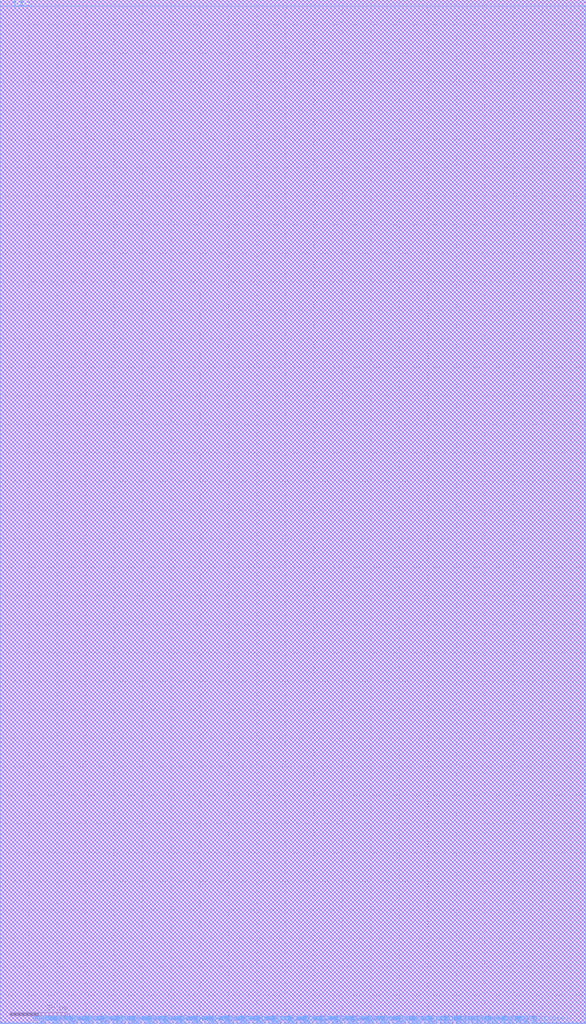
<source format=lef>
VERSION 5.5 ;
NAMESCASESENSITIVE ON ;
BUSBITCHARS "[]" ;
DIVIDERCHAR "/" ;

MACRO sram6t4096x64
  CLASS BLOCK ;
  SOURCE USER ;
  ORIGIN 0 0 ;
  SIZE 205.504 BY 358.720 ;
  SYMMETRY X Y R90 ;

  PIN CE1
    DIRECTION INPUT ;
    USE SIGNAL ;
    PORT
      LAYER M2 ;
        RECT 195.168 0.000 195.320 0.152 ;
    END
    PORT
      LAYER M3 ;
        RECT 195.168 0.000 195.320 0.152 ;
    END
    PORT
      LAYER M4 ;
        RECT 195.168 0.000 195.320 0.152 ;
    END
    PORT
      LAYER M5 ;
        RECT 195.168 0.000 195.320 0.152 ;
    END
  END CE1

  PIN CSB1
    DIRECTION INPUT ;
    USE SIGNAL ;
    PORT
      LAYER M2 ;
        RECT 190.608 0.000 190.760 0.152 ;
    END
    PORT
      LAYER M3 ;
        RECT 190.608 0.000 190.760 0.152 ;
    END
    PORT
      LAYER M4 ;
        RECT 190.608 0.000 190.760 0.152 ;
    END
    PORT
      LAYER M5 ;
        RECT 190.608 0.000 190.760 0.152 ;
    END
  END CSB1

  PIN OEB1
    DIRECTION INPUT ;
    USE SIGNAL ;
    PORT
      LAYER M2 ;
        RECT 186.048 0.000 186.200 0.152 ;
    END
    PORT
      LAYER M3 ;
        RECT 186.048 0.000 186.200 0.152 ;
    END
    PORT
      LAYER M4 ;
        RECT 186.048 0.000 186.200 0.152 ;
    END
    PORT
      LAYER M5 ;
        RECT 186.048 0.000 186.200 0.152 ;
    END
  END OEB1

  PIN O1[3]
    DIRECTION OUTPUT ;
    USE SIGNAL ;
    PORT
      LAYER M2 ;
        RECT 181.488 0.000 181.640 0.152 ;
    END
    PORT
      LAYER M3 ;
        RECT 181.488 0.000 181.640 0.152 ;
    END
    PORT
      LAYER M4 ;
        RECT 181.488 0.000 181.640 0.152 ;
    END
    PORT
      LAYER M5 ;
        RECT 181.488 0.000 181.640 0.152 ;
    END
  END O1[3]

  PIN O1[2]
    DIRECTION OUTPUT ;
    USE SIGNAL ;
    PORT
      LAYER M2 ;
        RECT 181.184 0.000 181.336 0.152 ;
    END
    PORT
      LAYER M3 ;
        RECT 181.184 0.000 181.336 0.152 ;
    END
    PORT
      LAYER M4 ;
        RECT 181.184 0.000 181.336 0.152 ;
    END
    PORT
      LAYER M5 ;
        RECT 181.184 0.000 181.336 0.152 ;
    END
  END O1[2]

  PIN O1[1]
    DIRECTION OUTPUT ;
    USE SIGNAL ;
    PORT
      LAYER M2 ;
        RECT 180.880 0.000 181.032 0.152 ;
    END
    PORT
      LAYER M3 ;
        RECT 180.880 0.000 181.032 0.152 ;
    END
    PORT
      LAYER M4 ;
        RECT 180.880 0.000 181.032 0.152 ;
    END
    PORT
      LAYER M5 ;
        RECT 180.880 0.000 181.032 0.152 ;
    END
  END O1[1]

  PIN O1[0]
    DIRECTION OUTPUT ;
    USE SIGNAL ;
    PORT
      LAYER M2 ;
        RECT 180.576 0.000 180.728 0.152 ;
    END
    PORT
      LAYER M3 ;
        RECT 180.576 0.000 180.728 0.152 ;
    END
    PORT
      LAYER M4 ;
        RECT 180.576 0.000 180.728 0.152 ;
    END
    PORT
      LAYER M5 ;
        RECT 180.576 0.000 180.728 0.152 ;
    END
  END O1[0]

  PIN I1[0]
    DIRECTION INPUT ;
    USE SIGNAL ;
    PORT
      LAYER M2 ;
        RECT 176.016 0.000 176.168 0.152 ;
    END
    PORT
      LAYER M3 ;
        RECT 176.016 0.000 176.168 0.152 ;
    END
    PORT
      LAYER M4 ;
        RECT 176.016 0.000 176.168 0.152 ;
    END
    PORT
      LAYER M5 ;
        RECT 176.016 0.000 176.168 0.152 ;
    END
  END I1[0]

  PIN I1[1]
    DIRECTION INPUT ;
    USE SIGNAL ;
    PORT
      LAYER M2 ;
        RECT 175.712 0.000 175.864 0.152 ;
    END
    PORT
      LAYER M3 ;
        RECT 175.712 0.000 175.864 0.152 ;
    END
    PORT
      LAYER M4 ;
        RECT 175.712 0.000 175.864 0.152 ;
    END
    PORT
      LAYER M5 ;
        RECT 175.712 0.000 175.864 0.152 ;
    END
  END I1[1]

  PIN I1[2]
    DIRECTION INPUT ;
    USE SIGNAL ;
    PORT
      LAYER M2 ;
        RECT 175.408 0.000 175.560 0.152 ;
    END
    PORT
      LAYER M3 ;
        RECT 175.408 0.000 175.560 0.152 ;
    END
    PORT
      LAYER M4 ;
        RECT 175.408 0.000 175.560 0.152 ;
    END
    PORT
      LAYER M5 ;
        RECT 175.408 0.000 175.560 0.152 ;
    END
  END I1[2]

  PIN I1[3]
    DIRECTION INPUT ;
    USE SIGNAL ;
    PORT
      LAYER M2 ;
        RECT 175.104 0.000 175.256 0.152 ;
    END
    PORT
      LAYER M3 ;
        RECT 175.104 0.000 175.256 0.152 ;
    END
    PORT
      LAYER M4 ;
        RECT 175.104 0.000 175.256 0.152 ;
    END
    PORT
      LAYER M5 ;
        RECT 175.104 0.000 175.256 0.152 ;
    END
  END I1[3]

  PIN O1[7]
    DIRECTION OUTPUT ;
    USE SIGNAL ;
    PORT
      LAYER M2 ;
        RECT 170.544 0.000 170.696 0.152 ;
    END
    PORT
      LAYER M3 ;
        RECT 170.544 0.000 170.696 0.152 ;
    END
    PORT
      LAYER M4 ;
        RECT 170.544 0.000 170.696 0.152 ;
    END
    PORT
      LAYER M5 ;
        RECT 170.544 0.000 170.696 0.152 ;
    END
  END O1[7]

  PIN O1[6]
    DIRECTION OUTPUT ;
    USE SIGNAL ;
    PORT
      LAYER M2 ;
        RECT 170.240 0.000 170.392 0.152 ;
    END
    PORT
      LAYER M3 ;
        RECT 170.240 0.000 170.392 0.152 ;
    END
    PORT
      LAYER M4 ;
        RECT 170.240 0.000 170.392 0.152 ;
    END
    PORT
      LAYER M5 ;
        RECT 170.240 0.000 170.392 0.152 ;
    END
  END O1[6]

  PIN O1[5]
    DIRECTION OUTPUT ;
    USE SIGNAL ;
    PORT
      LAYER M2 ;
        RECT 169.936 0.000 170.088 0.152 ;
    END
    PORT
      LAYER M3 ;
        RECT 169.936 0.000 170.088 0.152 ;
    END
    PORT
      LAYER M4 ;
        RECT 169.936 0.000 170.088 0.152 ;
    END
    PORT
      LAYER M5 ;
        RECT 169.936 0.000 170.088 0.152 ;
    END
  END O1[5]

  PIN O1[4]
    DIRECTION OUTPUT ;
    USE SIGNAL ;
    PORT
      LAYER M2 ;
        RECT 169.632 0.000 169.784 0.152 ;
    END
    PORT
      LAYER M3 ;
        RECT 169.632 0.000 169.784 0.152 ;
    END
    PORT
      LAYER M4 ;
        RECT 169.632 0.000 169.784 0.152 ;
    END
    PORT
      LAYER M5 ;
        RECT 169.632 0.000 169.784 0.152 ;
    END
  END O1[4]

  PIN I1[4]
    DIRECTION INPUT ;
    USE SIGNAL ;
    PORT
      LAYER M2 ;
        RECT 165.072 0.000 165.224 0.152 ;
    END
    PORT
      LAYER M3 ;
        RECT 165.072 0.000 165.224 0.152 ;
    END
    PORT
      LAYER M4 ;
        RECT 165.072 0.000 165.224 0.152 ;
    END
    PORT
      LAYER M5 ;
        RECT 165.072 0.000 165.224 0.152 ;
    END
  END I1[4]

  PIN I1[5]
    DIRECTION INPUT ;
    USE SIGNAL ;
    PORT
      LAYER M2 ;
        RECT 164.768 0.000 164.920 0.152 ;
    END
    PORT
      LAYER M3 ;
        RECT 164.768 0.000 164.920 0.152 ;
    END
    PORT
      LAYER M4 ;
        RECT 164.768 0.000 164.920 0.152 ;
    END
    PORT
      LAYER M5 ;
        RECT 164.768 0.000 164.920 0.152 ;
    END
  END I1[5]

  PIN I1[6]
    DIRECTION INPUT ;
    USE SIGNAL ;
    PORT
      LAYER M2 ;
        RECT 164.464 0.000 164.616 0.152 ;
    END
    PORT
      LAYER M3 ;
        RECT 164.464 0.000 164.616 0.152 ;
    END
    PORT
      LAYER M4 ;
        RECT 164.464 0.000 164.616 0.152 ;
    END
    PORT
      LAYER M5 ;
        RECT 164.464 0.000 164.616 0.152 ;
    END
  END I1[6]

  PIN I1[7]
    DIRECTION INPUT ;
    USE SIGNAL ;
    PORT
      LAYER M2 ;
        RECT 164.160 0.000 164.312 0.152 ;
    END
    PORT
      LAYER M3 ;
        RECT 164.160 0.000 164.312 0.152 ;
    END
    PORT
      LAYER M4 ;
        RECT 164.160 0.000 164.312 0.152 ;
    END
    PORT
      LAYER M5 ;
        RECT 164.160 0.000 164.312 0.152 ;
    END
  END I1[7]

  PIN O1[11]
    DIRECTION OUTPUT ;
    USE SIGNAL ;
    PORT
      LAYER M2 ;
        RECT 159.600 0.000 159.752 0.152 ;
    END
    PORT
      LAYER M3 ;
        RECT 159.600 0.000 159.752 0.152 ;
    END
    PORT
      LAYER M4 ;
        RECT 159.600 0.000 159.752 0.152 ;
    END
    PORT
      LAYER M5 ;
        RECT 159.600 0.000 159.752 0.152 ;
    END
  END O1[11]

  PIN O1[10]
    DIRECTION OUTPUT ;
    USE SIGNAL ;
    PORT
      LAYER M2 ;
        RECT 159.296 0.000 159.448 0.152 ;
    END
    PORT
      LAYER M3 ;
        RECT 159.296 0.000 159.448 0.152 ;
    END
    PORT
      LAYER M4 ;
        RECT 159.296 0.000 159.448 0.152 ;
    END
    PORT
      LAYER M5 ;
        RECT 159.296 0.000 159.448 0.152 ;
    END
  END O1[10]

  PIN O1[9]
    DIRECTION OUTPUT ;
    USE SIGNAL ;
    PORT
      LAYER M2 ;
        RECT 158.992 0.000 159.144 0.152 ;
    END
    PORT
      LAYER M3 ;
        RECT 158.992 0.000 159.144 0.152 ;
    END
    PORT
      LAYER M4 ;
        RECT 158.992 0.000 159.144 0.152 ;
    END
    PORT
      LAYER M5 ;
        RECT 158.992 0.000 159.144 0.152 ;
    END
  END O1[9]

  PIN O1[8]
    DIRECTION OUTPUT ;
    USE SIGNAL ;
    PORT
      LAYER M2 ;
        RECT 158.688 0.000 158.840 0.152 ;
    END
    PORT
      LAYER M3 ;
        RECT 158.688 0.000 158.840 0.152 ;
    END
    PORT
      LAYER M4 ;
        RECT 158.688 0.000 158.840 0.152 ;
    END
    PORT
      LAYER M5 ;
        RECT 158.688 0.000 158.840 0.152 ;
    END
  END O1[8]

  PIN I1[8]
    DIRECTION INPUT ;
    USE SIGNAL ;
    PORT
      LAYER M2 ;
        RECT 154.128 0.000 154.280 0.152 ;
    END
    PORT
      LAYER M3 ;
        RECT 154.128 0.000 154.280 0.152 ;
    END
    PORT
      LAYER M4 ;
        RECT 154.128 0.000 154.280 0.152 ;
    END
    PORT
      LAYER M5 ;
        RECT 154.128 0.000 154.280 0.152 ;
    END
  END I1[8]

  PIN I1[9]
    DIRECTION INPUT ;
    USE SIGNAL ;
    PORT
      LAYER M2 ;
        RECT 153.824 0.000 153.976 0.152 ;
    END
    PORT
      LAYER M3 ;
        RECT 153.824 0.000 153.976 0.152 ;
    END
    PORT
      LAYER M4 ;
        RECT 153.824 0.000 153.976 0.152 ;
    END
    PORT
      LAYER M5 ;
        RECT 153.824 0.000 153.976 0.152 ;
    END
  END I1[9]

  PIN I1[10]
    DIRECTION INPUT ;
    USE SIGNAL ;
    PORT
      LAYER M2 ;
        RECT 153.520 0.000 153.672 0.152 ;
    END
    PORT
      LAYER M3 ;
        RECT 153.520 0.000 153.672 0.152 ;
    END
    PORT
      LAYER M4 ;
        RECT 153.520 0.000 153.672 0.152 ;
    END
    PORT
      LAYER M5 ;
        RECT 153.520 0.000 153.672 0.152 ;
    END
  END I1[10]

  PIN I1[11]
    DIRECTION INPUT ;
    USE SIGNAL ;
    PORT
      LAYER M2 ;
        RECT 153.216 0.000 153.368 0.152 ;
    END
    PORT
      LAYER M3 ;
        RECT 153.216 0.000 153.368 0.152 ;
    END
    PORT
      LAYER M4 ;
        RECT 153.216 0.000 153.368 0.152 ;
    END
    PORT
      LAYER M5 ;
        RECT 153.216 0.000 153.368 0.152 ;
    END
  END I1[11]

  PIN O1[15]
    DIRECTION OUTPUT ;
    USE SIGNAL ;
    PORT
      LAYER M2 ;
        RECT 148.656 0.000 148.808 0.152 ;
    END
    PORT
      LAYER M3 ;
        RECT 148.656 0.000 148.808 0.152 ;
    END
    PORT
      LAYER M4 ;
        RECT 148.656 0.000 148.808 0.152 ;
    END
    PORT
      LAYER M5 ;
        RECT 148.656 0.000 148.808 0.152 ;
    END
  END O1[15]

  PIN O1[14]
    DIRECTION OUTPUT ;
    USE SIGNAL ;
    PORT
      LAYER M2 ;
        RECT 148.352 0.000 148.504 0.152 ;
    END
    PORT
      LAYER M3 ;
        RECT 148.352 0.000 148.504 0.152 ;
    END
    PORT
      LAYER M4 ;
        RECT 148.352 0.000 148.504 0.152 ;
    END
    PORT
      LAYER M5 ;
        RECT 148.352 0.000 148.504 0.152 ;
    END
  END O1[14]

  PIN O1[13]
    DIRECTION OUTPUT ;
    USE SIGNAL ;
    PORT
      LAYER M2 ;
        RECT 148.048 0.000 148.200 0.152 ;
    END
    PORT
      LAYER M3 ;
        RECT 148.048 0.000 148.200 0.152 ;
    END
    PORT
      LAYER M4 ;
        RECT 148.048 0.000 148.200 0.152 ;
    END
    PORT
      LAYER M5 ;
        RECT 148.048 0.000 148.200 0.152 ;
    END
  END O1[13]

  PIN O1[12]
    DIRECTION OUTPUT ;
    USE SIGNAL ;
    PORT
      LAYER M2 ;
        RECT 147.744 0.000 147.896 0.152 ;
    END
    PORT
      LAYER M3 ;
        RECT 147.744 0.000 147.896 0.152 ;
    END
    PORT
      LAYER M4 ;
        RECT 147.744 0.000 147.896 0.152 ;
    END
    PORT
      LAYER M5 ;
        RECT 147.744 0.000 147.896 0.152 ;
    END
  END O1[12]

  PIN I1[12]
    DIRECTION INPUT ;
    USE SIGNAL ;
    PORT
      LAYER M2 ;
        RECT 143.184 0.000 143.336 0.152 ;
    END
    PORT
      LAYER M3 ;
        RECT 143.184 0.000 143.336 0.152 ;
    END
    PORT
      LAYER M4 ;
        RECT 143.184 0.000 143.336 0.152 ;
    END
    PORT
      LAYER M5 ;
        RECT 143.184 0.000 143.336 0.152 ;
    END
  END I1[12]

  PIN I1[13]
    DIRECTION INPUT ;
    USE SIGNAL ;
    PORT
      LAYER M2 ;
        RECT 142.880 0.000 143.032 0.152 ;
    END
    PORT
      LAYER M3 ;
        RECT 142.880 0.000 143.032 0.152 ;
    END
    PORT
      LAYER M4 ;
        RECT 142.880 0.000 143.032 0.152 ;
    END
    PORT
      LAYER M5 ;
        RECT 142.880 0.000 143.032 0.152 ;
    END
  END I1[13]

  PIN I1[14]
    DIRECTION INPUT ;
    USE SIGNAL ;
    PORT
      LAYER M2 ;
        RECT 142.576 0.000 142.728 0.152 ;
    END
    PORT
      LAYER M3 ;
        RECT 142.576 0.000 142.728 0.152 ;
    END
    PORT
      LAYER M4 ;
        RECT 142.576 0.000 142.728 0.152 ;
    END
    PORT
      LAYER M5 ;
        RECT 142.576 0.000 142.728 0.152 ;
    END
  END I1[14]

  PIN I1[15]
    DIRECTION INPUT ;
    USE SIGNAL ;
    PORT
      LAYER M2 ;
        RECT 142.272 0.000 142.424 0.152 ;
    END
    PORT
      LAYER M3 ;
        RECT 142.272 0.000 142.424 0.152 ;
    END
    PORT
      LAYER M4 ;
        RECT 142.272 0.000 142.424 0.152 ;
    END
    PORT
      LAYER M5 ;
        RECT 142.272 0.000 142.424 0.152 ;
    END
  END I1[15]

  PIN O1[19]
    DIRECTION OUTPUT ;
    USE SIGNAL ;
    PORT
      LAYER M2 ;
        RECT 137.712 0.000 137.864 0.152 ;
    END
    PORT
      LAYER M3 ;
        RECT 137.712 0.000 137.864 0.152 ;
    END
    PORT
      LAYER M4 ;
        RECT 137.712 0.000 137.864 0.152 ;
    END
    PORT
      LAYER M5 ;
        RECT 137.712 0.000 137.864 0.152 ;
    END
  END O1[19]

  PIN O1[18]
    DIRECTION OUTPUT ;
    USE SIGNAL ;
    PORT
      LAYER M2 ;
        RECT 137.408 0.000 137.560 0.152 ;
    END
    PORT
      LAYER M3 ;
        RECT 137.408 0.000 137.560 0.152 ;
    END
    PORT
      LAYER M4 ;
        RECT 137.408 0.000 137.560 0.152 ;
    END
    PORT
      LAYER M5 ;
        RECT 137.408 0.000 137.560 0.152 ;
    END
  END O1[18]

  PIN O1[17]
    DIRECTION OUTPUT ;
    USE SIGNAL ;
    PORT
      LAYER M2 ;
        RECT 137.104 0.000 137.256 0.152 ;
    END
    PORT
      LAYER M3 ;
        RECT 137.104 0.000 137.256 0.152 ;
    END
    PORT
      LAYER M4 ;
        RECT 137.104 0.000 137.256 0.152 ;
    END
    PORT
      LAYER M5 ;
        RECT 137.104 0.000 137.256 0.152 ;
    END
  END O1[17]

  PIN O1[16]
    DIRECTION OUTPUT ;
    USE SIGNAL ;
    PORT
      LAYER M2 ;
        RECT 136.800 0.000 136.952 0.152 ;
    END
    PORT
      LAYER M3 ;
        RECT 136.800 0.000 136.952 0.152 ;
    END
    PORT
      LAYER M4 ;
        RECT 136.800 0.000 136.952 0.152 ;
    END
    PORT
      LAYER M5 ;
        RECT 136.800 0.000 136.952 0.152 ;
    END
  END O1[16]

  PIN I1[16]
    DIRECTION INPUT ;
    USE SIGNAL ;
    PORT
      LAYER M2 ;
        RECT 132.240 0.000 132.392 0.152 ;
    END
    PORT
      LAYER M3 ;
        RECT 132.240 0.000 132.392 0.152 ;
    END
    PORT
      LAYER M4 ;
        RECT 132.240 0.000 132.392 0.152 ;
    END
    PORT
      LAYER M5 ;
        RECT 132.240 0.000 132.392 0.152 ;
    END
  END I1[16]

  PIN I1[17]
    DIRECTION INPUT ;
    USE SIGNAL ;
    PORT
      LAYER M2 ;
        RECT 131.936 0.000 132.088 0.152 ;
    END
    PORT
      LAYER M3 ;
        RECT 131.936 0.000 132.088 0.152 ;
    END
    PORT
      LAYER M4 ;
        RECT 131.936 0.000 132.088 0.152 ;
    END
    PORT
      LAYER M5 ;
        RECT 131.936 0.000 132.088 0.152 ;
    END
  END I1[17]

  PIN I1[18]
    DIRECTION INPUT ;
    USE SIGNAL ;
    PORT
      LAYER M2 ;
        RECT 131.632 0.000 131.784 0.152 ;
    END
    PORT
      LAYER M3 ;
        RECT 131.632 0.000 131.784 0.152 ;
    END
    PORT
      LAYER M4 ;
        RECT 131.632 0.000 131.784 0.152 ;
    END
    PORT
      LAYER M5 ;
        RECT 131.632 0.000 131.784 0.152 ;
    END
  END I1[18]

  PIN I1[19]
    DIRECTION INPUT ;
    USE SIGNAL ;
    PORT
      LAYER M2 ;
        RECT 131.328 0.000 131.480 0.152 ;
    END
    PORT
      LAYER M3 ;
        RECT 131.328 0.000 131.480 0.152 ;
    END
    PORT
      LAYER M4 ;
        RECT 131.328 0.000 131.480 0.152 ;
    END
    PORT
      LAYER M5 ;
        RECT 131.328 0.000 131.480 0.152 ;
    END
  END I1[19]

  PIN O1[23]
    DIRECTION OUTPUT ;
    USE SIGNAL ;
    PORT
      LAYER M2 ;
        RECT 126.768 0.000 126.920 0.152 ;
    END
    PORT
      LAYER M3 ;
        RECT 126.768 0.000 126.920 0.152 ;
    END
    PORT
      LAYER M4 ;
        RECT 126.768 0.000 126.920 0.152 ;
    END
    PORT
      LAYER M5 ;
        RECT 126.768 0.000 126.920 0.152 ;
    END
  END O1[23]

  PIN O1[22]
    DIRECTION OUTPUT ;
    USE SIGNAL ;
    PORT
      LAYER M2 ;
        RECT 126.464 0.000 126.616 0.152 ;
    END
    PORT
      LAYER M3 ;
        RECT 126.464 0.000 126.616 0.152 ;
    END
    PORT
      LAYER M4 ;
        RECT 126.464 0.000 126.616 0.152 ;
    END
    PORT
      LAYER M5 ;
        RECT 126.464 0.000 126.616 0.152 ;
    END
  END O1[22]

  PIN O1[21]
    DIRECTION OUTPUT ;
    USE SIGNAL ;
    PORT
      LAYER M2 ;
        RECT 126.160 0.000 126.312 0.152 ;
    END
    PORT
      LAYER M3 ;
        RECT 126.160 0.000 126.312 0.152 ;
    END
    PORT
      LAYER M4 ;
        RECT 126.160 0.000 126.312 0.152 ;
    END
    PORT
      LAYER M5 ;
        RECT 126.160 0.000 126.312 0.152 ;
    END
  END O1[21]

  PIN O1[20]
    DIRECTION OUTPUT ;
    USE SIGNAL ;
    PORT
      LAYER M2 ;
        RECT 125.856 0.000 126.008 0.152 ;
    END
    PORT
      LAYER M3 ;
        RECT 125.856 0.000 126.008 0.152 ;
    END
    PORT
      LAYER M4 ;
        RECT 125.856 0.000 126.008 0.152 ;
    END
    PORT
      LAYER M5 ;
        RECT 125.856 0.000 126.008 0.152 ;
    END
  END O1[20]

  PIN I1[20]
    DIRECTION INPUT ;
    USE SIGNAL ;
    PORT
      LAYER M2 ;
        RECT 121.296 0.000 121.448 0.152 ;
    END
    PORT
      LAYER M3 ;
        RECT 121.296 0.000 121.448 0.152 ;
    END
    PORT
      LAYER M4 ;
        RECT 121.296 0.000 121.448 0.152 ;
    END
    PORT
      LAYER M5 ;
        RECT 121.296 0.000 121.448 0.152 ;
    END
  END I1[20]

  PIN I1[21]
    DIRECTION INPUT ;
    USE SIGNAL ;
    PORT
      LAYER M2 ;
        RECT 120.992 0.000 121.144 0.152 ;
    END
    PORT
      LAYER M3 ;
        RECT 120.992 0.000 121.144 0.152 ;
    END
    PORT
      LAYER M4 ;
        RECT 120.992 0.000 121.144 0.152 ;
    END
    PORT
      LAYER M5 ;
        RECT 120.992 0.000 121.144 0.152 ;
    END
  END I1[21]

  PIN I1[22]
    DIRECTION INPUT ;
    USE SIGNAL ;
    PORT
      LAYER M2 ;
        RECT 120.688 0.000 120.840 0.152 ;
    END
    PORT
      LAYER M3 ;
        RECT 120.688 0.000 120.840 0.152 ;
    END
    PORT
      LAYER M4 ;
        RECT 120.688 0.000 120.840 0.152 ;
    END
    PORT
      LAYER M5 ;
        RECT 120.688 0.000 120.840 0.152 ;
    END
  END I1[22]

  PIN I1[23]
    DIRECTION INPUT ;
    USE SIGNAL ;
    PORT
      LAYER M2 ;
        RECT 120.384 0.000 120.536 0.152 ;
    END
    PORT
      LAYER M3 ;
        RECT 120.384 0.000 120.536 0.152 ;
    END
    PORT
      LAYER M4 ;
        RECT 120.384 0.000 120.536 0.152 ;
    END
    PORT
      LAYER M5 ;
        RECT 120.384 0.000 120.536 0.152 ;
    END
  END I1[23]

  PIN O1[27]
    DIRECTION OUTPUT ;
    USE SIGNAL ;
    PORT
      LAYER M2 ;
        RECT 115.824 0.000 115.976 0.152 ;
    END
    PORT
      LAYER M3 ;
        RECT 115.824 0.000 115.976 0.152 ;
    END
    PORT
      LAYER M4 ;
        RECT 115.824 0.000 115.976 0.152 ;
    END
    PORT
      LAYER M5 ;
        RECT 115.824 0.000 115.976 0.152 ;
    END
  END O1[27]

  PIN O1[26]
    DIRECTION OUTPUT ;
    USE SIGNAL ;
    PORT
      LAYER M2 ;
        RECT 115.520 0.000 115.672 0.152 ;
    END
    PORT
      LAYER M3 ;
        RECT 115.520 0.000 115.672 0.152 ;
    END
    PORT
      LAYER M4 ;
        RECT 115.520 0.000 115.672 0.152 ;
    END
    PORT
      LAYER M5 ;
        RECT 115.520 0.000 115.672 0.152 ;
    END
  END O1[26]

  PIN O1[25]
    DIRECTION OUTPUT ;
    USE SIGNAL ;
    PORT
      LAYER M2 ;
        RECT 115.216 0.000 115.368 0.152 ;
    END
    PORT
      LAYER M3 ;
        RECT 115.216 0.000 115.368 0.152 ;
    END
    PORT
      LAYER M4 ;
        RECT 115.216 0.000 115.368 0.152 ;
    END
    PORT
      LAYER M5 ;
        RECT 115.216 0.000 115.368 0.152 ;
    END
  END O1[25]

  PIN O1[24]
    DIRECTION OUTPUT ;
    USE SIGNAL ;
    PORT
      LAYER M2 ;
        RECT 114.912 0.000 115.064 0.152 ;
    END
    PORT
      LAYER M3 ;
        RECT 114.912 0.000 115.064 0.152 ;
    END
    PORT
      LAYER M4 ;
        RECT 114.912 0.000 115.064 0.152 ;
    END
    PORT
      LAYER M5 ;
        RECT 114.912 0.000 115.064 0.152 ;
    END
  END O1[24]

  PIN I1[24]
    DIRECTION INPUT ;
    USE SIGNAL ;
    PORT
      LAYER M2 ;
        RECT 110.352 0.000 110.504 0.152 ;
    END
    PORT
      LAYER M3 ;
        RECT 110.352 0.000 110.504 0.152 ;
    END
    PORT
      LAYER M4 ;
        RECT 110.352 0.000 110.504 0.152 ;
    END
    PORT
      LAYER M5 ;
        RECT 110.352 0.000 110.504 0.152 ;
    END
  END I1[24]

  PIN I1[25]
    DIRECTION INPUT ;
    USE SIGNAL ;
    PORT
      LAYER M2 ;
        RECT 110.048 0.000 110.200 0.152 ;
    END
    PORT
      LAYER M3 ;
        RECT 110.048 0.000 110.200 0.152 ;
    END
    PORT
      LAYER M4 ;
        RECT 110.048 0.000 110.200 0.152 ;
    END
    PORT
      LAYER M5 ;
        RECT 110.048 0.000 110.200 0.152 ;
    END
  END I1[25]

  PIN I1[26]
    DIRECTION INPUT ;
    USE SIGNAL ;
    PORT
      LAYER M2 ;
        RECT 109.744 0.000 109.896 0.152 ;
    END
    PORT
      LAYER M3 ;
        RECT 109.744 0.000 109.896 0.152 ;
    END
    PORT
      LAYER M4 ;
        RECT 109.744 0.000 109.896 0.152 ;
    END
    PORT
      LAYER M5 ;
        RECT 109.744 0.000 109.896 0.152 ;
    END
  END I1[26]

  PIN I1[27]
    DIRECTION INPUT ;
    USE SIGNAL ;
    PORT
      LAYER M2 ;
        RECT 109.440 0.000 109.592 0.152 ;
    END
    PORT
      LAYER M3 ;
        RECT 109.440 0.000 109.592 0.152 ;
    END
    PORT
      LAYER M4 ;
        RECT 109.440 0.000 109.592 0.152 ;
    END
    PORT
      LAYER M5 ;
        RECT 109.440 0.000 109.592 0.152 ;
    END
  END I1[27]

  PIN O1[31]
    DIRECTION OUTPUT ;
    USE SIGNAL ;
    PORT
      LAYER M2 ;
        RECT 104.880 0.000 105.032 0.152 ;
    END
    PORT
      LAYER M3 ;
        RECT 104.880 0.000 105.032 0.152 ;
    END
    PORT
      LAYER M4 ;
        RECT 104.880 0.000 105.032 0.152 ;
    END
    PORT
      LAYER M5 ;
        RECT 104.880 0.000 105.032 0.152 ;
    END
  END O1[31]

  PIN O1[30]
    DIRECTION OUTPUT ;
    USE SIGNAL ;
    PORT
      LAYER M2 ;
        RECT 104.576 0.000 104.728 0.152 ;
    END
    PORT
      LAYER M3 ;
        RECT 104.576 0.000 104.728 0.152 ;
    END
    PORT
      LAYER M4 ;
        RECT 104.576 0.000 104.728 0.152 ;
    END
    PORT
      LAYER M5 ;
        RECT 104.576 0.000 104.728 0.152 ;
    END
  END O1[30]

  PIN O1[29]
    DIRECTION OUTPUT ;
    USE SIGNAL ;
    PORT
      LAYER M2 ;
        RECT 104.272 0.000 104.424 0.152 ;
    END
    PORT
      LAYER M3 ;
        RECT 104.272 0.000 104.424 0.152 ;
    END
    PORT
      LAYER M4 ;
        RECT 104.272 0.000 104.424 0.152 ;
    END
    PORT
      LAYER M5 ;
        RECT 104.272 0.000 104.424 0.152 ;
    END
  END O1[29]

  PIN O1[28]
    DIRECTION OUTPUT ;
    USE SIGNAL ;
    PORT
      LAYER M2 ;
        RECT 103.968 0.000 104.120 0.152 ;
    END
    PORT
      LAYER M3 ;
        RECT 103.968 0.000 104.120 0.152 ;
    END
    PORT
      LAYER M4 ;
        RECT 103.968 0.000 104.120 0.152 ;
    END
    PORT
      LAYER M5 ;
        RECT 103.968 0.000 104.120 0.152 ;
    END
  END O1[28]

  PIN I1[28]
    DIRECTION INPUT ;
    USE SIGNAL ;
    PORT
      LAYER M2 ;
        RECT 99.408 0.000 99.560 0.152 ;
    END
    PORT
      LAYER M3 ;
        RECT 99.408 0.000 99.560 0.152 ;
    END
    PORT
      LAYER M4 ;
        RECT 99.408 0.000 99.560 0.152 ;
    END
    PORT
      LAYER M5 ;
        RECT 99.408 0.000 99.560 0.152 ;
    END
  END I1[28]

  PIN I1[29]
    DIRECTION INPUT ;
    USE SIGNAL ;
    PORT
      LAYER M2 ;
        RECT 99.104 0.000 99.256 0.152 ;
    END
    PORT
      LAYER M3 ;
        RECT 99.104 0.000 99.256 0.152 ;
    END
    PORT
      LAYER M4 ;
        RECT 99.104 0.000 99.256 0.152 ;
    END
    PORT
      LAYER M5 ;
        RECT 99.104 0.000 99.256 0.152 ;
    END
  END I1[29]

  PIN I1[30]
    DIRECTION INPUT ;
    USE SIGNAL ;
    PORT
      LAYER M2 ;
        RECT 98.800 0.000 98.952 0.152 ;
    END
    PORT
      LAYER M3 ;
        RECT 98.800 0.000 98.952 0.152 ;
    END
    PORT
      LAYER M4 ;
        RECT 98.800 0.000 98.952 0.152 ;
    END
    PORT
      LAYER M5 ;
        RECT 98.800 0.000 98.952 0.152 ;
    END
  END I1[30]

  PIN I1[31]
    DIRECTION INPUT ;
    USE SIGNAL ;
    PORT
      LAYER M2 ;
        RECT 98.496 0.000 98.648 0.152 ;
    END
    PORT
      LAYER M3 ;
        RECT 98.496 0.000 98.648 0.152 ;
    END
    PORT
      LAYER M4 ;
        RECT 98.496 0.000 98.648 0.152 ;
    END
    PORT
      LAYER M5 ;
        RECT 98.496 0.000 98.648 0.152 ;
    END
  END I1[31]

  PIN O1[35]
    DIRECTION OUTPUT ;
    USE SIGNAL ;
    PORT
      LAYER M2 ;
        RECT 93.936 0.000 94.088 0.152 ;
    END
    PORT
      LAYER M3 ;
        RECT 93.936 0.000 94.088 0.152 ;
    END
    PORT
      LAYER M4 ;
        RECT 93.936 0.000 94.088 0.152 ;
    END
    PORT
      LAYER M5 ;
        RECT 93.936 0.000 94.088 0.152 ;
    END
  END O1[35]

  PIN O1[34]
    DIRECTION OUTPUT ;
    USE SIGNAL ;
    PORT
      LAYER M2 ;
        RECT 93.632 0.000 93.784 0.152 ;
    END
    PORT
      LAYER M3 ;
        RECT 93.632 0.000 93.784 0.152 ;
    END
    PORT
      LAYER M4 ;
        RECT 93.632 0.000 93.784 0.152 ;
    END
    PORT
      LAYER M5 ;
        RECT 93.632 0.000 93.784 0.152 ;
    END
  END O1[34]

  PIN O1[33]
    DIRECTION OUTPUT ;
    USE SIGNAL ;
    PORT
      LAYER M2 ;
        RECT 93.328 0.000 93.480 0.152 ;
    END
    PORT
      LAYER M3 ;
        RECT 93.328 0.000 93.480 0.152 ;
    END
    PORT
      LAYER M4 ;
        RECT 93.328 0.000 93.480 0.152 ;
    END
    PORT
      LAYER M5 ;
        RECT 93.328 0.000 93.480 0.152 ;
    END
  END O1[33]

  PIN O1[32]
    DIRECTION OUTPUT ;
    USE SIGNAL ;
    PORT
      LAYER M2 ;
        RECT 93.024 0.000 93.176 0.152 ;
    END
    PORT
      LAYER M3 ;
        RECT 93.024 0.000 93.176 0.152 ;
    END
    PORT
      LAYER M4 ;
        RECT 93.024 0.000 93.176 0.152 ;
    END
    PORT
      LAYER M5 ;
        RECT 93.024 0.000 93.176 0.152 ;
    END
  END O1[32]

  PIN I1[32]
    DIRECTION INPUT ;
    USE SIGNAL ;
    PORT
      LAYER M2 ;
        RECT 88.464 0.000 88.616 0.152 ;
    END
    PORT
      LAYER M3 ;
        RECT 88.464 0.000 88.616 0.152 ;
    END
    PORT
      LAYER M4 ;
        RECT 88.464 0.000 88.616 0.152 ;
    END
    PORT
      LAYER M5 ;
        RECT 88.464 0.000 88.616 0.152 ;
    END
  END I1[32]

  PIN I1[33]
    DIRECTION INPUT ;
    USE SIGNAL ;
    PORT
      LAYER M2 ;
        RECT 88.160 0.000 88.312 0.152 ;
    END
    PORT
      LAYER M3 ;
        RECT 88.160 0.000 88.312 0.152 ;
    END
    PORT
      LAYER M4 ;
        RECT 88.160 0.000 88.312 0.152 ;
    END
    PORT
      LAYER M5 ;
        RECT 88.160 0.000 88.312 0.152 ;
    END
  END I1[33]

  PIN I1[34]
    DIRECTION INPUT ;
    USE SIGNAL ;
    PORT
      LAYER M2 ;
        RECT 87.856 0.000 88.008 0.152 ;
    END
    PORT
      LAYER M3 ;
        RECT 87.856 0.000 88.008 0.152 ;
    END
    PORT
      LAYER M4 ;
        RECT 87.856 0.000 88.008 0.152 ;
    END
    PORT
      LAYER M5 ;
        RECT 87.856 0.000 88.008 0.152 ;
    END
  END I1[34]

  PIN I1[35]
    DIRECTION INPUT ;
    USE SIGNAL ;
    PORT
      LAYER M2 ;
        RECT 87.552 0.000 87.704 0.152 ;
    END
    PORT
      LAYER M3 ;
        RECT 87.552 0.000 87.704 0.152 ;
    END
    PORT
      LAYER M4 ;
        RECT 87.552 0.000 87.704 0.152 ;
    END
    PORT
      LAYER M5 ;
        RECT 87.552 0.000 87.704 0.152 ;
    END
  END I1[35]

  PIN O1[39]
    DIRECTION OUTPUT ;
    USE SIGNAL ;
    PORT
      LAYER M2 ;
        RECT 82.992 0.000 83.144 0.152 ;
    END
    PORT
      LAYER M3 ;
        RECT 82.992 0.000 83.144 0.152 ;
    END
    PORT
      LAYER M4 ;
        RECT 82.992 0.000 83.144 0.152 ;
    END
    PORT
      LAYER M5 ;
        RECT 82.992 0.000 83.144 0.152 ;
    END
  END O1[39]

  PIN O1[38]
    DIRECTION OUTPUT ;
    USE SIGNAL ;
    PORT
      LAYER M2 ;
        RECT 82.688 0.000 82.840 0.152 ;
    END
    PORT
      LAYER M3 ;
        RECT 82.688 0.000 82.840 0.152 ;
    END
    PORT
      LAYER M4 ;
        RECT 82.688 0.000 82.840 0.152 ;
    END
    PORT
      LAYER M5 ;
        RECT 82.688 0.000 82.840 0.152 ;
    END
  END O1[38]

  PIN O1[37]
    DIRECTION OUTPUT ;
    USE SIGNAL ;
    PORT
      LAYER M2 ;
        RECT 82.384 0.000 82.536 0.152 ;
    END
    PORT
      LAYER M3 ;
        RECT 82.384 0.000 82.536 0.152 ;
    END
    PORT
      LAYER M4 ;
        RECT 82.384 0.000 82.536 0.152 ;
    END
    PORT
      LAYER M5 ;
        RECT 82.384 0.000 82.536 0.152 ;
    END
  END O1[37]

  PIN O1[36]
    DIRECTION OUTPUT ;
    USE SIGNAL ;
    PORT
      LAYER M2 ;
        RECT 82.080 0.000 82.232 0.152 ;
    END
    PORT
      LAYER M3 ;
        RECT 82.080 0.000 82.232 0.152 ;
    END
    PORT
      LAYER M4 ;
        RECT 82.080 0.000 82.232 0.152 ;
    END
    PORT
      LAYER M5 ;
        RECT 82.080 0.000 82.232 0.152 ;
    END
  END O1[36]

  PIN I1[36]
    DIRECTION INPUT ;
    USE SIGNAL ;
    PORT
      LAYER M2 ;
        RECT 77.520 0.000 77.672 0.152 ;
    END
    PORT
      LAYER M3 ;
        RECT 77.520 0.000 77.672 0.152 ;
    END
    PORT
      LAYER M4 ;
        RECT 77.520 0.000 77.672 0.152 ;
    END
    PORT
      LAYER M5 ;
        RECT 77.520 0.000 77.672 0.152 ;
    END
  END I1[36]

  PIN I1[37]
    DIRECTION INPUT ;
    USE SIGNAL ;
    PORT
      LAYER M2 ;
        RECT 77.216 0.000 77.368 0.152 ;
    END
    PORT
      LAYER M3 ;
        RECT 77.216 0.000 77.368 0.152 ;
    END
    PORT
      LAYER M4 ;
        RECT 77.216 0.000 77.368 0.152 ;
    END
    PORT
      LAYER M5 ;
        RECT 77.216 0.000 77.368 0.152 ;
    END
  END I1[37]

  PIN I1[38]
    DIRECTION INPUT ;
    USE SIGNAL ;
    PORT
      LAYER M2 ;
        RECT 76.912 0.000 77.064 0.152 ;
    END
    PORT
      LAYER M3 ;
        RECT 76.912 0.000 77.064 0.152 ;
    END
    PORT
      LAYER M4 ;
        RECT 76.912 0.000 77.064 0.152 ;
    END
    PORT
      LAYER M5 ;
        RECT 76.912 0.000 77.064 0.152 ;
    END
  END I1[38]

  PIN I1[39]
    DIRECTION INPUT ;
    USE SIGNAL ;
    PORT
      LAYER M2 ;
        RECT 76.608 0.000 76.760 0.152 ;
    END
    PORT
      LAYER M3 ;
        RECT 76.608 0.000 76.760 0.152 ;
    END
    PORT
      LAYER M4 ;
        RECT 76.608 0.000 76.760 0.152 ;
    END
    PORT
      LAYER M5 ;
        RECT 76.608 0.000 76.760 0.152 ;
    END
  END I1[39]

  PIN O1[43]
    DIRECTION OUTPUT ;
    USE SIGNAL ;
    PORT
      LAYER M2 ;
        RECT 72.048 0.000 72.200 0.152 ;
    END
    PORT
      LAYER M3 ;
        RECT 72.048 0.000 72.200 0.152 ;
    END
    PORT
      LAYER M4 ;
        RECT 72.048 0.000 72.200 0.152 ;
    END
    PORT
      LAYER M5 ;
        RECT 72.048 0.000 72.200 0.152 ;
    END
  END O1[43]

  PIN O1[42]
    DIRECTION OUTPUT ;
    USE SIGNAL ;
    PORT
      LAYER M2 ;
        RECT 71.744 0.000 71.896 0.152 ;
    END
    PORT
      LAYER M3 ;
        RECT 71.744 0.000 71.896 0.152 ;
    END
    PORT
      LAYER M4 ;
        RECT 71.744 0.000 71.896 0.152 ;
    END
    PORT
      LAYER M5 ;
        RECT 71.744 0.000 71.896 0.152 ;
    END
  END O1[42]

  PIN O1[41]
    DIRECTION OUTPUT ;
    USE SIGNAL ;
    PORT
      LAYER M2 ;
        RECT 71.440 0.000 71.592 0.152 ;
    END
    PORT
      LAYER M3 ;
        RECT 71.440 0.000 71.592 0.152 ;
    END
    PORT
      LAYER M4 ;
        RECT 71.440 0.000 71.592 0.152 ;
    END
    PORT
      LAYER M5 ;
        RECT 71.440 0.000 71.592 0.152 ;
    END
  END O1[41]

  PIN O1[40]
    DIRECTION OUTPUT ;
    USE SIGNAL ;
    PORT
      LAYER M2 ;
        RECT 71.136 0.000 71.288 0.152 ;
    END
    PORT
      LAYER M3 ;
        RECT 71.136 0.000 71.288 0.152 ;
    END
    PORT
      LAYER M4 ;
        RECT 71.136 0.000 71.288 0.152 ;
    END
    PORT
      LAYER M5 ;
        RECT 71.136 0.000 71.288 0.152 ;
    END
  END O1[40]

  PIN I1[40]
    DIRECTION INPUT ;
    USE SIGNAL ;
    PORT
      LAYER M2 ;
        RECT 66.576 0.000 66.728 0.152 ;
    END
    PORT
      LAYER M3 ;
        RECT 66.576 0.000 66.728 0.152 ;
    END
    PORT
      LAYER M4 ;
        RECT 66.576 0.000 66.728 0.152 ;
    END
    PORT
      LAYER M5 ;
        RECT 66.576 0.000 66.728 0.152 ;
    END
  END I1[40]

  PIN I1[41]
    DIRECTION INPUT ;
    USE SIGNAL ;
    PORT
      LAYER M2 ;
        RECT 66.272 0.000 66.424 0.152 ;
    END
    PORT
      LAYER M3 ;
        RECT 66.272 0.000 66.424 0.152 ;
    END
    PORT
      LAYER M4 ;
        RECT 66.272 0.000 66.424 0.152 ;
    END
    PORT
      LAYER M5 ;
        RECT 66.272 0.000 66.424 0.152 ;
    END
  END I1[41]

  PIN I1[42]
    DIRECTION INPUT ;
    USE SIGNAL ;
    PORT
      LAYER M2 ;
        RECT 65.968 0.000 66.120 0.152 ;
    END
    PORT
      LAYER M3 ;
        RECT 65.968 0.000 66.120 0.152 ;
    END
    PORT
      LAYER M4 ;
        RECT 65.968 0.000 66.120 0.152 ;
    END
    PORT
      LAYER M5 ;
        RECT 65.968 0.000 66.120 0.152 ;
    END
  END I1[42]

  PIN I1[43]
    DIRECTION INPUT ;
    USE SIGNAL ;
    PORT
      LAYER M2 ;
        RECT 65.664 0.000 65.816 0.152 ;
    END
    PORT
      LAYER M3 ;
        RECT 65.664 0.000 65.816 0.152 ;
    END
    PORT
      LAYER M4 ;
        RECT 65.664 0.000 65.816 0.152 ;
    END
    PORT
      LAYER M5 ;
        RECT 65.664 0.000 65.816 0.152 ;
    END
  END I1[43]

  PIN O1[47]
    DIRECTION OUTPUT ;
    USE SIGNAL ;
    PORT
      LAYER M2 ;
        RECT 61.104 0.000 61.256 0.152 ;
    END
    PORT
      LAYER M3 ;
        RECT 61.104 0.000 61.256 0.152 ;
    END
    PORT
      LAYER M4 ;
        RECT 61.104 0.000 61.256 0.152 ;
    END
    PORT
      LAYER M5 ;
        RECT 61.104 0.000 61.256 0.152 ;
    END
  END O1[47]

  PIN O1[46]
    DIRECTION OUTPUT ;
    USE SIGNAL ;
    PORT
      LAYER M2 ;
        RECT 60.800 0.000 60.952 0.152 ;
    END
    PORT
      LAYER M3 ;
        RECT 60.800 0.000 60.952 0.152 ;
    END
    PORT
      LAYER M4 ;
        RECT 60.800 0.000 60.952 0.152 ;
    END
    PORT
      LAYER M5 ;
        RECT 60.800 0.000 60.952 0.152 ;
    END
  END O1[46]

  PIN O1[45]
    DIRECTION OUTPUT ;
    USE SIGNAL ;
    PORT
      LAYER M2 ;
        RECT 60.496 0.000 60.648 0.152 ;
    END
    PORT
      LAYER M3 ;
        RECT 60.496 0.000 60.648 0.152 ;
    END
    PORT
      LAYER M4 ;
        RECT 60.496 0.000 60.648 0.152 ;
    END
    PORT
      LAYER M5 ;
        RECT 60.496 0.000 60.648 0.152 ;
    END
  END O1[45]

  PIN O1[44]
    DIRECTION OUTPUT ;
    USE SIGNAL ;
    PORT
      LAYER M2 ;
        RECT 60.192 0.000 60.344 0.152 ;
    END
    PORT
      LAYER M3 ;
        RECT 60.192 0.000 60.344 0.152 ;
    END
    PORT
      LAYER M4 ;
        RECT 60.192 0.000 60.344 0.152 ;
    END
    PORT
      LAYER M5 ;
        RECT 60.192 0.000 60.344 0.152 ;
    END
  END O1[44]

  PIN I1[44]
    DIRECTION INPUT ;
    USE SIGNAL ;
    PORT
      LAYER M2 ;
        RECT 55.632 0.000 55.784 0.152 ;
    END
    PORT
      LAYER M3 ;
        RECT 55.632 0.000 55.784 0.152 ;
    END
    PORT
      LAYER M4 ;
        RECT 55.632 0.000 55.784 0.152 ;
    END
    PORT
      LAYER M5 ;
        RECT 55.632 0.000 55.784 0.152 ;
    END
  END I1[44]

  PIN I1[45]
    DIRECTION INPUT ;
    USE SIGNAL ;
    PORT
      LAYER M2 ;
        RECT 55.328 0.000 55.480 0.152 ;
    END
    PORT
      LAYER M3 ;
        RECT 55.328 0.000 55.480 0.152 ;
    END
    PORT
      LAYER M4 ;
        RECT 55.328 0.000 55.480 0.152 ;
    END
    PORT
      LAYER M5 ;
        RECT 55.328 0.000 55.480 0.152 ;
    END
  END I1[45]

  PIN I1[46]
    DIRECTION INPUT ;
    USE SIGNAL ;
    PORT
      LAYER M2 ;
        RECT 55.024 0.000 55.176 0.152 ;
    END
    PORT
      LAYER M3 ;
        RECT 55.024 0.000 55.176 0.152 ;
    END
    PORT
      LAYER M4 ;
        RECT 55.024 0.000 55.176 0.152 ;
    END
    PORT
      LAYER M5 ;
        RECT 55.024 0.000 55.176 0.152 ;
    END
  END I1[46]

  PIN I1[47]
    DIRECTION INPUT ;
    USE SIGNAL ;
    PORT
      LAYER M2 ;
        RECT 54.720 0.000 54.872 0.152 ;
    END
    PORT
      LAYER M3 ;
        RECT 54.720 0.000 54.872 0.152 ;
    END
    PORT
      LAYER M4 ;
        RECT 54.720 0.000 54.872 0.152 ;
    END
    PORT
      LAYER M5 ;
        RECT 54.720 0.000 54.872 0.152 ;
    END
  END I1[47]

  PIN O1[51]
    DIRECTION OUTPUT ;
    USE SIGNAL ;
    PORT
      LAYER M2 ;
        RECT 50.160 0.000 50.312 0.152 ;
    END
    PORT
      LAYER M3 ;
        RECT 50.160 0.000 50.312 0.152 ;
    END
    PORT
      LAYER M4 ;
        RECT 50.160 0.000 50.312 0.152 ;
    END
    PORT
      LAYER M5 ;
        RECT 50.160 0.000 50.312 0.152 ;
    END
  END O1[51]

  PIN O1[50]
    DIRECTION OUTPUT ;
    USE SIGNAL ;
    PORT
      LAYER M2 ;
        RECT 49.856 0.000 50.008 0.152 ;
    END
    PORT
      LAYER M3 ;
        RECT 49.856 0.000 50.008 0.152 ;
    END
    PORT
      LAYER M4 ;
        RECT 49.856 0.000 50.008 0.152 ;
    END
    PORT
      LAYER M5 ;
        RECT 49.856 0.000 50.008 0.152 ;
    END
  END O1[50]

  PIN O1[49]
    DIRECTION OUTPUT ;
    USE SIGNAL ;
    PORT
      LAYER M2 ;
        RECT 49.552 0.000 49.704 0.152 ;
    END
    PORT
      LAYER M3 ;
        RECT 49.552 0.000 49.704 0.152 ;
    END
    PORT
      LAYER M4 ;
        RECT 49.552 0.000 49.704 0.152 ;
    END
    PORT
      LAYER M5 ;
        RECT 49.552 0.000 49.704 0.152 ;
    END
  END O1[49]

  PIN O1[48]
    DIRECTION OUTPUT ;
    USE SIGNAL ;
    PORT
      LAYER M2 ;
        RECT 49.248 0.000 49.400 0.152 ;
    END
    PORT
      LAYER M3 ;
        RECT 49.248 0.000 49.400 0.152 ;
    END
    PORT
      LAYER M4 ;
        RECT 49.248 0.000 49.400 0.152 ;
    END
    PORT
      LAYER M5 ;
        RECT 49.248 0.000 49.400 0.152 ;
    END
  END O1[48]

  PIN I1[48]
    DIRECTION INPUT ;
    USE SIGNAL ;
    PORT
      LAYER M2 ;
        RECT 44.688 0.000 44.840 0.152 ;
    END
    PORT
      LAYER M3 ;
        RECT 44.688 0.000 44.840 0.152 ;
    END
    PORT
      LAYER M4 ;
        RECT 44.688 0.000 44.840 0.152 ;
    END
    PORT
      LAYER M5 ;
        RECT 44.688 0.000 44.840 0.152 ;
    END
  END I1[48]

  PIN I1[49]
    DIRECTION INPUT ;
    USE SIGNAL ;
    PORT
      LAYER M2 ;
        RECT 44.384 0.000 44.536 0.152 ;
    END
    PORT
      LAYER M3 ;
        RECT 44.384 0.000 44.536 0.152 ;
    END
    PORT
      LAYER M4 ;
        RECT 44.384 0.000 44.536 0.152 ;
    END
    PORT
      LAYER M5 ;
        RECT 44.384 0.000 44.536 0.152 ;
    END
  END I1[49]

  PIN I1[50]
    DIRECTION INPUT ;
    USE SIGNAL ;
    PORT
      LAYER M2 ;
        RECT 44.080 0.000 44.232 0.152 ;
    END
    PORT
      LAYER M3 ;
        RECT 44.080 0.000 44.232 0.152 ;
    END
    PORT
      LAYER M4 ;
        RECT 44.080 0.000 44.232 0.152 ;
    END
    PORT
      LAYER M5 ;
        RECT 44.080 0.000 44.232 0.152 ;
    END
  END I1[50]

  PIN I1[51]
    DIRECTION INPUT ;
    USE SIGNAL ;
    PORT
      LAYER M2 ;
        RECT 43.776 0.000 43.928 0.152 ;
    END
    PORT
      LAYER M3 ;
        RECT 43.776 0.000 43.928 0.152 ;
    END
    PORT
      LAYER M4 ;
        RECT 43.776 0.000 43.928 0.152 ;
    END
    PORT
      LAYER M5 ;
        RECT 43.776 0.000 43.928 0.152 ;
    END
  END I1[51]

  PIN O1[55]
    DIRECTION OUTPUT ;
    USE SIGNAL ;
    PORT
      LAYER M2 ;
        RECT 39.216 0.000 39.368 0.152 ;
    END
    PORT
      LAYER M3 ;
        RECT 39.216 0.000 39.368 0.152 ;
    END
    PORT
      LAYER M4 ;
        RECT 39.216 0.000 39.368 0.152 ;
    END
    PORT
      LAYER M5 ;
        RECT 39.216 0.000 39.368 0.152 ;
    END
  END O1[55]

  PIN O1[54]
    DIRECTION OUTPUT ;
    USE SIGNAL ;
    PORT
      LAYER M2 ;
        RECT 38.912 0.000 39.064 0.152 ;
    END
    PORT
      LAYER M3 ;
        RECT 38.912 0.000 39.064 0.152 ;
    END
    PORT
      LAYER M4 ;
        RECT 38.912 0.000 39.064 0.152 ;
    END
    PORT
      LAYER M5 ;
        RECT 38.912 0.000 39.064 0.152 ;
    END
  END O1[54]

  PIN O1[53]
    DIRECTION OUTPUT ;
    USE SIGNAL ;
    PORT
      LAYER M2 ;
        RECT 38.608 0.000 38.760 0.152 ;
    END
    PORT
      LAYER M3 ;
        RECT 38.608 0.000 38.760 0.152 ;
    END
    PORT
      LAYER M4 ;
        RECT 38.608 0.000 38.760 0.152 ;
    END
    PORT
      LAYER M5 ;
        RECT 38.608 0.000 38.760 0.152 ;
    END
  END O1[53]

  PIN O1[52]
    DIRECTION OUTPUT ;
    USE SIGNAL ;
    PORT
      LAYER M2 ;
        RECT 38.304 0.000 38.456 0.152 ;
    END
    PORT
      LAYER M3 ;
        RECT 38.304 0.000 38.456 0.152 ;
    END
    PORT
      LAYER M4 ;
        RECT 38.304 0.000 38.456 0.152 ;
    END
    PORT
      LAYER M5 ;
        RECT 38.304 0.000 38.456 0.152 ;
    END
  END O1[52]

  PIN I1[52]
    DIRECTION INPUT ;
    USE SIGNAL ;
    PORT
      LAYER M2 ;
        RECT 33.744 0.000 33.896 0.152 ;
    END
    PORT
      LAYER M3 ;
        RECT 33.744 0.000 33.896 0.152 ;
    END
    PORT
      LAYER M4 ;
        RECT 33.744 0.000 33.896 0.152 ;
    END
    PORT
      LAYER M5 ;
        RECT 33.744 0.000 33.896 0.152 ;
    END
  END I1[52]

  PIN I1[53]
    DIRECTION INPUT ;
    USE SIGNAL ;
    PORT
      LAYER M2 ;
        RECT 33.440 0.000 33.592 0.152 ;
    END
    PORT
      LAYER M3 ;
        RECT 33.440 0.000 33.592 0.152 ;
    END
    PORT
      LAYER M4 ;
        RECT 33.440 0.000 33.592 0.152 ;
    END
    PORT
      LAYER M5 ;
        RECT 33.440 0.000 33.592 0.152 ;
    END
  END I1[53]

  PIN I1[54]
    DIRECTION INPUT ;
    USE SIGNAL ;
    PORT
      LAYER M2 ;
        RECT 33.136 0.000 33.288 0.152 ;
    END
    PORT
      LAYER M3 ;
        RECT 33.136 0.000 33.288 0.152 ;
    END
    PORT
      LAYER M4 ;
        RECT 33.136 0.000 33.288 0.152 ;
    END
    PORT
      LAYER M5 ;
        RECT 33.136 0.000 33.288 0.152 ;
    END
  END I1[54]

  PIN I1[55]
    DIRECTION INPUT ;
    USE SIGNAL ;
    PORT
      LAYER M2 ;
        RECT 32.832 0.000 32.984 0.152 ;
    END
    PORT
      LAYER M3 ;
        RECT 32.832 0.000 32.984 0.152 ;
    END
    PORT
      LAYER M4 ;
        RECT 32.832 0.000 32.984 0.152 ;
    END
    PORT
      LAYER M5 ;
        RECT 32.832 0.000 32.984 0.152 ;
    END
  END I1[55]

  PIN O1[59]
    DIRECTION OUTPUT ;
    USE SIGNAL ;
    PORT
      LAYER M2 ;
        RECT 28.272 0.000 28.424 0.152 ;
    END
    PORT
      LAYER M3 ;
        RECT 28.272 0.000 28.424 0.152 ;
    END
    PORT
      LAYER M4 ;
        RECT 28.272 0.000 28.424 0.152 ;
    END
    PORT
      LAYER M5 ;
        RECT 28.272 0.000 28.424 0.152 ;
    END
  END O1[59]

  PIN O1[58]
    DIRECTION OUTPUT ;
    USE SIGNAL ;
    PORT
      LAYER M2 ;
        RECT 27.968 0.000 28.120 0.152 ;
    END
    PORT
      LAYER M3 ;
        RECT 27.968 0.000 28.120 0.152 ;
    END
    PORT
      LAYER M4 ;
        RECT 27.968 0.000 28.120 0.152 ;
    END
    PORT
      LAYER M5 ;
        RECT 27.968 0.000 28.120 0.152 ;
    END
  END O1[58]

  PIN O1[57]
    DIRECTION OUTPUT ;
    USE SIGNAL ;
    PORT
      LAYER M2 ;
        RECT 27.664 0.000 27.816 0.152 ;
    END
    PORT
      LAYER M3 ;
        RECT 27.664 0.000 27.816 0.152 ;
    END
    PORT
      LAYER M4 ;
        RECT 27.664 0.000 27.816 0.152 ;
    END
    PORT
      LAYER M5 ;
        RECT 27.664 0.000 27.816 0.152 ;
    END
  END O1[57]

  PIN O1[56]
    DIRECTION OUTPUT ;
    USE SIGNAL ;
    PORT
      LAYER M2 ;
        RECT 27.360 0.000 27.512 0.152 ;
    END
    PORT
      LAYER M3 ;
        RECT 27.360 0.000 27.512 0.152 ;
    END
    PORT
      LAYER M4 ;
        RECT 27.360 0.000 27.512 0.152 ;
    END
    PORT
      LAYER M5 ;
        RECT 27.360 0.000 27.512 0.152 ;
    END
  END O1[56]

  PIN I1[56]
    DIRECTION INPUT ;
    USE SIGNAL ;
    PORT
      LAYER M2 ;
        RECT 22.800 0.000 22.952 0.152 ;
    END
    PORT
      LAYER M3 ;
        RECT 22.800 0.000 22.952 0.152 ;
    END
    PORT
      LAYER M4 ;
        RECT 22.800 0.000 22.952 0.152 ;
    END
    PORT
      LAYER M5 ;
        RECT 22.800 0.000 22.952 0.152 ;
    END
  END I1[56]

  PIN I1[57]
    DIRECTION INPUT ;
    USE SIGNAL ;
    PORT
      LAYER M2 ;
        RECT 22.496 0.000 22.648 0.152 ;
    END
    PORT
      LAYER M3 ;
        RECT 22.496 0.000 22.648 0.152 ;
    END
    PORT
      LAYER M4 ;
        RECT 22.496 0.000 22.648 0.152 ;
    END
    PORT
      LAYER M5 ;
        RECT 22.496 0.000 22.648 0.152 ;
    END
  END I1[57]

  PIN I1[58]
    DIRECTION INPUT ;
    USE SIGNAL ;
    PORT
      LAYER M2 ;
        RECT 22.192 0.000 22.344 0.152 ;
    END
    PORT
      LAYER M3 ;
        RECT 22.192 0.000 22.344 0.152 ;
    END
    PORT
      LAYER M4 ;
        RECT 22.192 0.000 22.344 0.152 ;
    END
    PORT
      LAYER M5 ;
        RECT 22.192 0.000 22.344 0.152 ;
    END
  END I1[58]

  PIN I1[59]
    DIRECTION INPUT ;
    USE SIGNAL ;
    PORT
      LAYER M2 ;
        RECT 21.888 0.000 22.040 0.152 ;
    END
    PORT
      LAYER M3 ;
        RECT 21.888 0.000 22.040 0.152 ;
    END
    PORT
      LAYER M4 ;
        RECT 21.888 0.000 22.040 0.152 ;
    END
    PORT
      LAYER M5 ;
        RECT 21.888 0.000 22.040 0.152 ;
    END
  END I1[59]

  PIN O1[63]
    DIRECTION OUTPUT ;
    USE SIGNAL ;
    PORT
      LAYER M2 ;
        RECT 17.328 0.000 17.480 0.152 ;
    END
    PORT
      LAYER M3 ;
        RECT 17.328 0.000 17.480 0.152 ;
    END
    PORT
      LAYER M4 ;
        RECT 17.328 0.000 17.480 0.152 ;
    END
    PORT
      LAYER M5 ;
        RECT 17.328 0.000 17.480 0.152 ;
    END
  END O1[63]

  PIN O1[62]
    DIRECTION OUTPUT ;
    USE SIGNAL ;
    PORT
      LAYER M2 ;
        RECT 17.024 0.000 17.176 0.152 ;
    END
    PORT
      LAYER M3 ;
        RECT 17.024 0.000 17.176 0.152 ;
    END
    PORT
      LAYER M4 ;
        RECT 17.024 0.000 17.176 0.152 ;
    END
    PORT
      LAYER M5 ;
        RECT 17.024 0.000 17.176 0.152 ;
    END
  END O1[62]

  PIN O1[61]
    DIRECTION OUTPUT ;
    USE SIGNAL ;
    PORT
      LAYER M2 ;
        RECT 16.720 0.000 16.872 0.152 ;
    END
    PORT
      LAYER M3 ;
        RECT 16.720 0.000 16.872 0.152 ;
    END
    PORT
      LAYER M4 ;
        RECT 16.720 0.000 16.872 0.152 ;
    END
    PORT
      LAYER M5 ;
        RECT 16.720 0.000 16.872 0.152 ;
    END
  END O1[61]

  PIN O1[60]
    DIRECTION OUTPUT ;
    USE SIGNAL ;
    PORT
      LAYER M2 ;
        RECT 16.416 0.000 16.568 0.152 ;
    END
    PORT
      LAYER M3 ;
        RECT 16.416 0.000 16.568 0.152 ;
    END
    PORT
      LAYER M4 ;
        RECT 16.416 0.000 16.568 0.152 ;
    END
    PORT
      LAYER M5 ;
        RECT 16.416 0.000 16.568 0.152 ;
    END
  END O1[60]

  PIN I1[60]
    DIRECTION INPUT ;
    USE SIGNAL ;
    PORT
      LAYER M2 ;
        RECT 11.856 0.000 12.008 0.152 ;
    END
    PORT
      LAYER M3 ;
        RECT 11.856 0.000 12.008 0.152 ;
    END
    PORT
      LAYER M4 ;
        RECT 11.856 0.000 12.008 0.152 ;
    END
    PORT
      LAYER M5 ;
        RECT 11.856 0.000 12.008 0.152 ;
    END
  END I1[60]

  PIN I1[61]
    DIRECTION INPUT ;
    USE SIGNAL ;
    PORT
      LAYER M2 ;
        RECT 11.552 0.000 11.704 0.152 ;
    END
    PORT
      LAYER M3 ;
        RECT 11.552 0.000 11.704 0.152 ;
    END
    PORT
      LAYER M4 ;
        RECT 11.552 0.000 11.704 0.152 ;
    END
    PORT
      LAYER M5 ;
        RECT 11.552 0.000 11.704 0.152 ;
    END
  END I1[61]

  PIN I1[62]
    DIRECTION INPUT ;
    USE SIGNAL ;
    PORT
      LAYER M2 ;
        RECT 11.248 0.000 11.400 0.152 ;
    END
    PORT
      LAYER M3 ;
        RECT 11.248 0.000 11.400 0.152 ;
    END
    PORT
      LAYER M4 ;
        RECT 11.248 0.000 11.400 0.152 ;
    END
    PORT
      LAYER M5 ;
        RECT 11.248 0.000 11.400 0.152 ;
    END
  END I1[62]

  PIN I1[63]
    DIRECTION INPUT ;
    USE SIGNAL ;
    PORT
      LAYER M2 ;
        RECT 10.944 0.000 11.096 0.152 ;
    END
    PORT
      LAYER M3 ;
        RECT 10.944 0.000 11.096 0.152 ;
    END
    PORT
      LAYER M4 ;
        RECT 10.944 0.000 11.096 0.152 ;
    END
    PORT
      LAYER M5 ;
        RECT 10.944 0.000 11.096 0.152 ;
    END
  END I1[63]

  PIN A1[0]
    DIRECTION INPUT ;
    USE SIGNAL ;
    PORT
      LAYER M2 ;
        RECT 205.352 313.880 205.504 314.032 ;
    END
    PORT
      LAYER M3 ;
        RECT 205.352 313.880 205.504 314.032 ;
    END
    PORT
      LAYER M4 ;
        RECT 205.352 313.880 205.504 314.032 ;
    END
    PORT
      LAYER M5 ;
        RECT 205.352 313.880 205.504 314.032 ;
    END
  END A1[0]

  PIN A1[1]
    DIRECTION INPUT ;
    USE SIGNAL ;
    PORT
      LAYER M2 ;
        RECT 205.352 310.232 205.504 310.384 ;
    END
    PORT
      LAYER M3 ;
        RECT 205.352 310.232 205.504 310.384 ;
    END
    PORT
      LAYER M4 ;
        RECT 205.352 310.232 205.504 310.384 ;
    END
    PORT
      LAYER M5 ;
        RECT 205.352 310.232 205.504 310.384 ;
    END
  END A1[1]

  PIN A1[2]
    DIRECTION INPUT ;
    USE SIGNAL ;
    PORT
      LAYER M2 ;
        RECT 205.352 306.584 205.504 306.736 ;
    END
    PORT
      LAYER M3 ;
        RECT 205.352 306.584 205.504 306.736 ;
    END
    PORT
      LAYER M4 ;
        RECT 205.352 306.584 205.504 306.736 ;
    END
    PORT
      LAYER M5 ;
        RECT 205.352 306.584 205.504 306.736 ;
    END
  END A1[2]

  PIN A1[3]
    DIRECTION INPUT ;
    USE SIGNAL ;
    PORT
      LAYER M2 ;
        RECT 205.352 302.936 205.504 303.088 ;
    END
    PORT
      LAYER M3 ;
        RECT 205.352 302.936 205.504 303.088 ;
    END
    PORT
      LAYER M4 ;
        RECT 205.352 302.936 205.504 303.088 ;
    END
    PORT
      LAYER M5 ;
        RECT 205.352 302.936 205.504 303.088 ;
    END
  END A1[3]

  PIN A1[4]
    DIRECTION INPUT ;
    USE SIGNAL ;
    PORT
      LAYER M2 ;
        RECT 205.352 299.288 205.504 299.440 ;
    END
    PORT
      LAYER M3 ;
        RECT 205.352 299.288 205.504 299.440 ;
    END
    PORT
      LAYER M4 ;
        RECT 205.352 299.288 205.504 299.440 ;
    END
    PORT
      LAYER M5 ;
        RECT 205.352 299.288 205.504 299.440 ;
    END
  END A1[4]

  PIN A1[5]
    DIRECTION INPUT ;
    USE SIGNAL ;
    PORT
      LAYER M2 ;
        RECT 205.352 295.640 205.504 295.792 ;
    END
    PORT
      LAYER M3 ;
        RECT 205.352 295.640 205.504 295.792 ;
    END
    PORT
      LAYER M4 ;
        RECT 205.352 295.640 205.504 295.792 ;
    END
    PORT
      LAYER M5 ;
        RECT 205.352 295.640 205.504 295.792 ;
    END
  END A1[5]

  PIN A1[6]
    DIRECTION INPUT ;
    USE SIGNAL ;
    PORT
      LAYER M2 ;
        RECT 205.352 291.992 205.504 292.144 ;
    END
    PORT
      LAYER M3 ;
        RECT 205.352 291.992 205.504 292.144 ;
    END
    PORT
      LAYER M4 ;
        RECT 205.352 291.992 205.504 292.144 ;
    END
    PORT
      LAYER M5 ;
        RECT 205.352 291.992 205.504 292.144 ;
    END
  END A1[6]

  PIN A1[7]
    DIRECTION INPUT ;
    USE SIGNAL ;
    PORT
      LAYER M2 ;
        RECT 205.352 288.344 205.504 288.496 ;
    END
    PORT
      LAYER M3 ;
        RECT 205.352 288.344 205.504 288.496 ;
    END
    PORT
      LAYER M4 ;
        RECT 205.352 288.344 205.504 288.496 ;
    END
    PORT
      LAYER M5 ;
        RECT 205.352 288.344 205.504 288.496 ;
    END
  END A1[7]

  PIN A1[8]
    DIRECTION INPUT ;
    USE SIGNAL ;
    PORT
      LAYER M2 ;
        RECT 205.352 284.696 205.504 284.848 ;
    END
    PORT
      LAYER M3 ;
        RECT 205.352 284.696 205.504 284.848 ;
    END
    PORT
      LAYER M4 ;
        RECT 205.352 284.696 205.504 284.848 ;
    END
    PORT
      LAYER M5 ;
        RECT 205.352 284.696 205.504 284.848 ;
    END
  END A1[8]

  PIN A1[9]
    DIRECTION INPUT ;
    USE SIGNAL ;
    PORT
      LAYER M2 ;
        RECT 205.352 281.048 205.504 281.200 ;
    END
    PORT
      LAYER M3 ;
        RECT 205.352 281.048 205.504 281.200 ;
    END
    PORT
      LAYER M4 ;
        RECT 205.352 281.048 205.504 281.200 ;
    END
    PORT
      LAYER M5 ;
        RECT 205.352 281.048 205.504 281.200 ;
    END
  END A1[9]

  PIN A1[10]
    DIRECTION INPUT ;
    USE SIGNAL ;
    PORT
      LAYER M2 ;
        RECT 205.352 277.400 205.504 277.552 ;
    END
    PORT
      LAYER M3 ;
        RECT 205.352 277.400 205.504 277.552 ;
    END
    PORT
      LAYER M4 ;
        RECT 205.352 277.400 205.504 277.552 ;
    END
    PORT
      LAYER M5 ;
        RECT 205.352 277.400 205.504 277.552 ;
    END
  END A1[10]

  PIN A1[11]
    DIRECTION INPUT ;
    USE SIGNAL ;
    PORT
      LAYER M2 ;
        RECT 205.352 273.752 205.504 273.904 ;
    END
    PORT
      LAYER M3 ;
        RECT 205.352 273.752 205.504 273.904 ;
    END
    PORT
      LAYER M4 ;
        RECT 205.352 273.752 205.504 273.904 ;
    END
    PORT
      LAYER M5 ;
        RECT 205.352 273.752 205.504 273.904 ;
    END
  END A1[11]

  PIN WEB1
    DIRECTION INPUT ;
    USE SIGNAL ;
    PORT
      LAYER M2 ;
        RECT 205.352 89.680 205.504 89.832 ;
    END
    PORT
      LAYER M3 ;
        RECT 205.352 89.680 205.504 89.832 ;
    END
    PORT
      LAYER M4 ;
        RECT 205.352 89.680 205.504 89.832 ;
    END
    PORT
      LAYER M5 ;
        RECT 205.352 89.680 205.504 89.832 ;
    END
  END WEB1

  PIN WBM1[0]
    DIRECTION INPUT ;
    USE SIGNAL ;
    PORT
      LAYER M2 ;
        RECT 205.352 88.464 205.504 88.616 ;
    END
    PORT
      LAYER M3 ;
        RECT 205.352 88.464 205.504 88.616 ;
    END
    PORT
      LAYER M4 ;
        RECT 205.352 88.464 205.504 88.616 ;
    END
    PORT
      LAYER M5 ;
        RECT 205.352 88.464 205.504 88.616 ;
    END
  END WBM1[0]

  PIN WBM1[1]
    DIRECTION INPUT ;
    USE SIGNAL ;
    PORT
      LAYER M2 ;
        RECT 205.352 87.248 205.504 87.400 ;
    END
    PORT
      LAYER M3 ;
        RECT 205.352 87.248 205.504 87.400 ;
    END
    PORT
      LAYER M4 ;
        RECT 205.352 87.248 205.504 87.400 ;
    END
    PORT
      LAYER M5 ;
        RECT 205.352 87.248 205.504 87.400 ;
    END
  END WBM1[1]

  PIN WBM1[2]
    DIRECTION INPUT ;
    USE SIGNAL ;
    PORT
      LAYER M2 ;
        RECT 205.352 86.032 205.504 86.184 ;
    END
    PORT
      LAYER M3 ;
        RECT 205.352 86.032 205.504 86.184 ;
    END
    PORT
      LAYER M4 ;
        RECT 205.352 86.032 205.504 86.184 ;
    END
    PORT
      LAYER M5 ;
        RECT 205.352 86.032 205.504 86.184 ;
    END
  END WBM1[2]

  PIN WBM1[3]
    DIRECTION INPUT ;
    USE SIGNAL ;
    PORT
      LAYER M2 ;
        RECT 205.352 84.816 205.504 84.968 ;
    END
    PORT
      LAYER M3 ;
        RECT 205.352 84.816 205.504 84.968 ;
    END
    PORT
      LAYER M4 ;
        RECT 205.352 84.816 205.504 84.968 ;
    END
    PORT
      LAYER M5 ;
        RECT 205.352 84.816 205.504 84.968 ;
    END
  END WBM1[3]

  PIN WBM1[4]
    DIRECTION INPUT ;
    USE SIGNAL ;
    PORT
      LAYER M2 ;
        RECT 205.352 83.600 205.504 83.752 ;
    END
    PORT
      LAYER M3 ;
        RECT 205.352 83.600 205.504 83.752 ;
    END
    PORT
      LAYER M4 ;
        RECT 205.352 83.600 205.504 83.752 ;
    END
    PORT
      LAYER M5 ;
        RECT 205.352 83.600 205.504 83.752 ;
    END
  END WBM1[4]

  PIN WBM1[5]
    DIRECTION INPUT ;
    USE SIGNAL ;
    PORT
      LAYER M2 ;
        RECT 205.352 82.384 205.504 82.536 ;
    END
    PORT
      LAYER M3 ;
        RECT 205.352 82.384 205.504 82.536 ;
    END
    PORT
      LAYER M4 ;
        RECT 205.352 82.384 205.504 82.536 ;
    END
    PORT
      LAYER M5 ;
        RECT 205.352 82.384 205.504 82.536 ;
    END
  END WBM1[5]

  PIN WBM1[6]
    DIRECTION INPUT ;
    USE SIGNAL ;
    PORT
      LAYER M2 ;
        RECT 205.352 81.168 205.504 81.320 ;
    END
    PORT
      LAYER M3 ;
        RECT 205.352 81.168 205.504 81.320 ;
    END
    PORT
      LAYER M4 ;
        RECT 205.352 81.168 205.504 81.320 ;
    END
    PORT
      LAYER M5 ;
        RECT 205.352 81.168 205.504 81.320 ;
    END
  END WBM1[6]

  PIN WBM1[7]
    DIRECTION INPUT ;
    USE SIGNAL ;
    PORT
      LAYER M2 ;
        RECT 205.352 79.952 205.504 80.104 ;
    END
    PORT
      LAYER M3 ;
        RECT 205.352 79.952 205.504 80.104 ;
    END
    PORT
      LAYER M4 ;
        RECT 205.352 79.952 205.504 80.104 ;
    END
    PORT
      LAYER M5 ;
        RECT 205.352 79.952 205.504 80.104 ;
    END
  END WBM1[7]

  PIN VDD
    DIRECTION INOUT ;
    USE POWER ;
    PORT
      LAYER M2 ;
        RECT 5.195 356.720 7.195 358.720 ;
    END
    PORT
      LAYER M3 ;
        RECT 5.195 356.720 7.195 358.720 ;
    END
    PORT
      LAYER M5 ;
        RECT 5.195 356.720 7.195 358.720 ;
    END
  END VDD

  PIN VSS
    DIRECTION INOUT ;
    USE GROUND ;
    PORT
      LAYER M2 ;
        RECT 7.915 356.720 9.915 358.720 ;
    END
    PORT
      LAYER M3 ;
        RECT 7.915 356.720 9.915 358.720 ;
    END
    PORT
      LAYER M5 ;
        RECT 7.915 356.720 9.915 358.720 ;
    END
  END VSS

  OBS
    LAYER M2 ;
      RECT 195.472 0.000 205.504 0.304 ;
      RECT 190.912 0.000 195.016 0.304 ;
      RECT 186.352 0.000 190.456 0.304 ;
      RECT 181.792 0.000 185.896 0.304 ;
      RECT 176.320 0.000 180.424 0.304 ;
      RECT 170.848 0.000 174.952 0.304 ;
      RECT 165.376 0.000 169.480 0.304 ;
      RECT 159.904 0.000 164.008 0.304 ;
      RECT 154.432 0.000 158.536 0.304 ;
      RECT 148.960 0.000 153.064 0.304 ;
      RECT 143.488 0.000 147.592 0.304 ;
      RECT 138.016 0.000 142.120 0.304 ;
      RECT 132.544 0.000 136.648 0.304 ;
      RECT 127.072 0.000 131.176 0.304 ;
      RECT 121.600 0.000 125.704 0.304 ;
      RECT 116.128 0.000 120.232 0.304 ;
      RECT 110.656 0.000 114.760 0.304 ;
      RECT 105.184 0.000 109.288 0.304 ;
      RECT 99.712 0.000 103.816 0.304 ;
      RECT 94.240 0.000 98.344 0.304 ;
      RECT 88.768 0.000 92.872 0.304 ;
      RECT 83.296 0.000 87.400 0.304 ;
      RECT 77.824 0.000 81.928 0.304 ;
      RECT 72.352 0.000 76.456 0.304 ;
      RECT 66.880 0.000 70.984 0.304 ;
      RECT 61.408 0.000 65.512 0.304 ;
      RECT 55.936 0.000 60.040 0.304 ;
      RECT 50.464 0.000 54.568 0.304 ;
      RECT 44.992 0.000 49.096 0.304 ;
      RECT 39.520 0.000 43.624 0.304 ;
      RECT 34.048 0.000 38.152 0.304 ;
      RECT 28.576 0.000 32.680 0.304 ;
      RECT 23.104 0.000 27.208 0.304 ;
      RECT 17.632 0.000 21.736 0.304 ;
      RECT 12.160 0.000 16.264 0.304 ;
      RECT 0.000 0.000 10.792 0.304 ;
      RECT 205.200 314.184 205.504 356.568 ;
      RECT 205.200 310.536 205.504 313.728 ;
      RECT 205.200 306.888 205.504 310.080 ;
      RECT 205.200 303.240 205.504 306.432 ;
      RECT 205.200 299.592 205.504 302.784 ;
      RECT 205.200 295.944 205.504 299.136 ;
      RECT 205.200 292.296 205.504 295.488 ;
      RECT 205.200 288.648 205.504 291.840 ;
      RECT 205.200 285.000 205.504 288.192 ;
      RECT 205.200 281.352 205.504 284.544 ;
      RECT 205.200 277.704 205.504 280.896 ;
      RECT 205.200 274.056 205.504 277.248 ;
      RECT 205.200 89.984 205.504 273.600 ;
      RECT 205.200 88.768 205.504 89.528 ;
      RECT 205.200 87.552 205.504 88.312 ;
      RECT 205.200 86.336 205.504 87.096 ;
      RECT 205.200 85.120 205.504 85.880 ;
      RECT 205.200 83.904 205.504 84.664 ;
      RECT 205.200 82.688 205.504 83.448 ;
      RECT 205.200 81.472 205.504 82.232 ;
      RECT 205.200 80.256 205.504 81.016 ;
      RECT 205.200 0.304 205.504 79.800 ;
      RECT 0.000 356.568 5.043 358.720 ;
      RECT 7.355 356.568 7.763 358.720 ;
      RECT 10.067 356.568 205.504 358.720 ;
      RECT 0.000 0.304 205.200 356.568 ;
    LAYER M3 ;
      RECT 195.472 0.000 205.504 0.304 ;
      RECT 190.912 0.000 195.016 0.304 ;
      RECT 186.352 0.000 190.456 0.304 ;
      RECT 181.792 0.000 185.896 0.304 ;
      RECT 176.320 0.000 180.424 0.304 ;
      RECT 170.848 0.000 174.952 0.304 ;
      RECT 165.376 0.000 169.480 0.304 ;
      RECT 159.904 0.000 164.008 0.304 ;
      RECT 154.432 0.000 158.536 0.304 ;
      RECT 148.960 0.000 153.064 0.304 ;
      RECT 143.488 0.000 147.592 0.304 ;
      RECT 138.016 0.000 142.120 0.304 ;
      RECT 132.544 0.000 136.648 0.304 ;
      RECT 127.072 0.000 131.176 0.304 ;
      RECT 121.600 0.000 125.704 0.304 ;
      RECT 116.128 0.000 120.232 0.304 ;
      RECT 110.656 0.000 114.760 0.304 ;
      RECT 105.184 0.000 109.288 0.304 ;
      RECT 99.712 0.000 103.816 0.304 ;
      RECT 94.240 0.000 98.344 0.304 ;
      RECT 88.768 0.000 92.872 0.304 ;
      RECT 83.296 0.000 87.400 0.304 ;
      RECT 77.824 0.000 81.928 0.304 ;
      RECT 72.352 0.000 76.456 0.304 ;
      RECT 66.880 0.000 70.984 0.304 ;
      RECT 61.408 0.000 65.512 0.304 ;
      RECT 55.936 0.000 60.040 0.304 ;
      RECT 50.464 0.000 54.568 0.304 ;
      RECT 44.992 0.000 49.096 0.304 ;
      RECT 39.520 0.000 43.624 0.304 ;
      RECT 34.048 0.000 38.152 0.304 ;
      RECT 28.576 0.000 32.680 0.304 ;
      RECT 23.104 0.000 27.208 0.304 ;
      RECT 17.632 0.000 21.736 0.304 ;
      RECT 12.160 0.000 16.264 0.304 ;
      RECT 0.000 0.000 10.792 0.304 ;
      RECT 205.200 314.184 205.504 356.568 ;
      RECT 205.200 310.536 205.504 313.728 ;
      RECT 205.200 306.888 205.504 310.080 ;
      RECT 205.200 303.240 205.504 306.432 ;
      RECT 205.200 299.592 205.504 302.784 ;
      RECT 205.200 295.944 205.504 299.136 ;
      RECT 205.200 292.296 205.504 295.488 ;
      RECT 205.200 288.648 205.504 291.840 ;
      RECT 205.200 285.000 205.504 288.192 ;
      RECT 205.200 281.352 205.504 284.544 ;
      RECT 205.200 277.704 205.504 280.896 ;
      RECT 205.200 274.056 205.504 277.248 ;
      RECT 205.200 89.984 205.504 273.600 ;
      RECT 205.200 88.768 205.504 89.528 ;
      RECT 205.200 87.552 205.504 88.312 ;
      RECT 205.200 86.336 205.504 87.096 ;
      RECT 205.200 85.120 205.504 85.880 ;
      RECT 205.200 83.904 205.504 84.664 ;
      RECT 205.200 82.688 205.504 83.448 ;
      RECT 205.200 81.472 205.504 82.232 ;
      RECT 205.200 80.256 205.504 81.016 ;
      RECT 205.200 0.304 205.504 79.800 ;
      RECT 0.000 356.568 5.043 358.720 ;
      RECT 7.355 356.568 7.763 358.720 ;
      RECT 10.067 356.568 205.504 358.720 ;
      RECT 0.000 0.304 205.200 356.568 ;
    LAYER M4 ;
      RECT 195.472 0.000 205.504 0.304 ;
      RECT 190.912 0.000 195.016 0.304 ;
      RECT 186.352 0.000 190.456 0.304 ;
      RECT 181.792 0.000 185.896 0.304 ;
      RECT 176.320 0.000 180.424 0.304 ;
      RECT 170.848 0.000 174.952 0.304 ;
      RECT 165.376 0.000 169.480 0.304 ;
      RECT 159.904 0.000 164.008 0.304 ;
      RECT 154.432 0.000 158.536 0.304 ;
      RECT 148.960 0.000 153.064 0.304 ;
      RECT 143.488 0.000 147.592 0.304 ;
      RECT 138.016 0.000 142.120 0.304 ;
      RECT 132.544 0.000 136.648 0.304 ;
      RECT 127.072 0.000 131.176 0.304 ;
      RECT 121.600 0.000 125.704 0.304 ;
      RECT 116.128 0.000 120.232 0.304 ;
      RECT 110.656 0.000 114.760 0.304 ;
      RECT 105.184 0.000 109.288 0.304 ;
      RECT 99.712 0.000 103.816 0.304 ;
      RECT 94.240 0.000 98.344 0.304 ;
      RECT 88.768 0.000 92.872 0.304 ;
      RECT 83.296 0.000 87.400 0.304 ;
      RECT 77.824 0.000 81.928 0.304 ;
      RECT 72.352 0.000 76.456 0.304 ;
      RECT 66.880 0.000 70.984 0.304 ;
      RECT 61.408 0.000 65.512 0.304 ;
      RECT 55.936 0.000 60.040 0.304 ;
      RECT 50.464 0.000 54.568 0.304 ;
      RECT 44.992 0.000 49.096 0.304 ;
      RECT 39.520 0.000 43.624 0.304 ;
      RECT 34.048 0.000 38.152 0.304 ;
      RECT 28.576 0.000 32.680 0.304 ;
      RECT 23.104 0.000 27.208 0.304 ;
      RECT 17.632 0.000 21.736 0.304 ;
      RECT 12.160 0.000 16.264 0.304 ;
      RECT 0.000 0.000 10.792 0.304 ;
      RECT 205.200 314.184 205.504 356.568 ;
      RECT 205.200 310.536 205.504 313.728 ;
      RECT 205.200 306.888 205.504 310.080 ;
      RECT 205.200 303.240 205.504 306.432 ;
      RECT 205.200 299.592 205.504 302.784 ;
      RECT 205.200 295.944 205.504 299.136 ;
      RECT 205.200 292.296 205.504 295.488 ;
      RECT 205.200 288.648 205.504 291.840 ;
      RECT 205.200 285.000 205.504 288.192 ;
      RECT 205.200 281.352 205.504 284.544 ;
      RECT 205.200 277.704 205.504 280.896 ;
      RECT 205.200 274.056 205.504 277.248 ;
      RECT 205.200 89.984 205.504 273.600 ;
      RECT 205.200 88.768 205.504 89.528 ;
      RECT 205.200 87.552 205.504 88.312 ;
      RECT 205.200 86.336 205.504 87.096 ;
      RECT 205.200 85.120 205.504 85.880 ;
      RECT 205.200 83.904 205.504 84.664 ;
      RECT 205.200 82.688 205.504 83.448 ;
      RECT 205.200 81.472 205.504 82.232 ;
      RECT 205.200 80.256 205.504 81.016 ;
      RECT 205.200 0.304 205.504 79.800 ;
      RECT 0.000 356.568 5.043 358.720 ;
      RECT 7.355 356.568 7.763 358.720 ;
      RECT 10.067 356.568 205.504 358.720 ;
      RECT 0.000 0.304 205.200 356.568 ;
    LAYER M5 ;
      RECT 195.472 0.000 205.504 0.304 ;
      RECT 190.912 0.000 195.016 0.304 ;
      RECT 186.352 0.000 190.456 0.304 ;
      RECT 181.792 0.000 185.896 0.304 ;
      RECT 176.320 0.000 180.424 0.304 ;
      RECT 170.848 0.000 174.952 0.304 ;
      RECT 165.376 0.000 169.480 0.304 ;
      RECT 159.904 0.000 164.008 0.304 ;
      RECT 154.432 0.000 158.536 0.304 ;
      RECT 148.960 0.000 153.064 0.304 ;
      RECT 143.488 0.000 147.592 0.304 ;
      RECT 138.016 0.000 142.120 0.304 ;
      RECT 132.544 0.000 136.648 0.304 ;
      RECT 127.072 0.000 131.176 0.304 ;
      RECT 121.600 0.000 125.704 0.304 ;
      RECT 116.128 0.000 120.232 0.304 ;
      RECT 110.656 0.000 114.760 0.304 ;
      RECT 105.184 0.000 109.288 0.304 ;
      RECT 99.712 0.000 103.816 0.304 ;
      RECT 94.240 0.000 98.344 0.304 ;
      RECT 88.768 0.000 92.872 0.304 ;
      RECT 83.296 0.000 87.400 0.304 ;
      RECT 77.824 0.000 81.928 0.304 ;
      RECT 72.352 0.000 76.456 0.304 ;
      RECT 66.880 0.000 70.984 0.304 ;
      RECT 61.408 0.000 65.512 0.304 ;
      RECT 55.936 0.000 60.040 0.304 ;
      RECT 50.464 0.000 54.568 0.304 ;
      RECT 44.992 0.000 49.096 0.304 ;
      RECT 39.520 0.000 43.624 0.304 ;
      RECT 34.048 0.000 38.152 0.304 ;
      RECT 28.576 0.000 32.680 0.304 ;
      RECT 23.104 0.000 27.208 0.304 ;
      RECT 17.632 0.000 21.736 0.304 ;
      RECT 12.160 0.000 16.264 0.304 ;
      RECT 0.000 0.000 10.792 0.304 ;
      RECT 205.200 314.184 205.504 356.568 ;
      RECT 205.200 310.536 205.504 313.728 ;
      RECT 205.200 306.888 205.504 310.080 ;
      RECT 205.200 303.240 205.504 306.432 ;
      RECT 205.200 299.592 205.504 302.784 ;
      RECT 205.200 295.944 205.504 299.136 ;
      RECT 205.200 292.296 205.504 295.488 ;
      RECT 205.200 288.648 205.504 291.840 ;
      RECT 205.200 285.000 205.504 288.192 ;
      RECT 205.200 281.352 205.504 284.544 ;
      RECT 205.200 277.704 205.504 280.896 ;
      RECT 205.200 274.056 205.504 277.248 ;
      RECT 205.200 89.984 205.504 273.600 ;
      RECT 205.200 88.768 205.504 89.528 ;
      RECT 205.200 87.552 205.504 88.312 ;
      RECT 205.200 86.336 205.504 87.096 ;
      RECT 205.200 85.120 205.504 85.880 ;
      RECT 205.200 83.904 205.504 84.664 ;
      RECT 205.200 82.688 205.504 83.448 ;
      RECT 205.200 81.472 205.504 82.232 ;
      RECT 205.200 80.256 205.504 81.016 ;
      RECT 205.200 0.304 205.504 79.800 ;
      RECT 0.000 356.568 5.043 358.720 ;
      RECT 7.355 356.568 7.763 358.720 ;
      RECT 10.067 356.568 205.504 358.720 ;
      RECT 0.000 0.304 205.200 356.568 ;
  END

END sram6t4096x64

END LIBRARY

</source>
